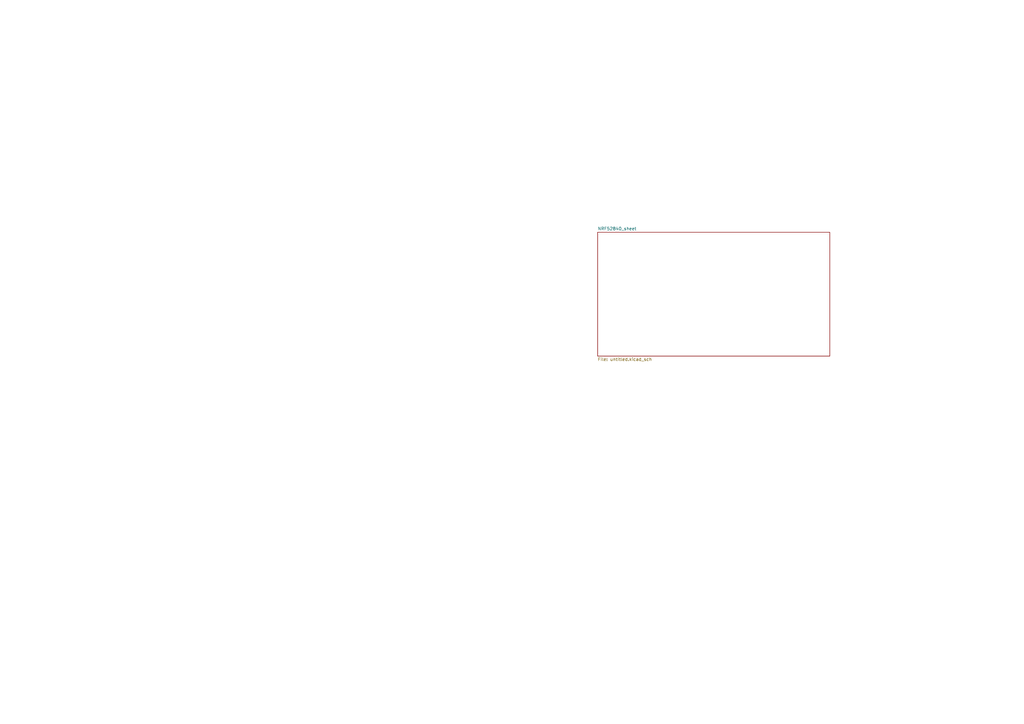
<source format=kicad_sch>
(kicad_sch
	(version 20231120)
	(generator "eeschema")
	(generator_version "8.0")
	(uuid "1e941f95-b902-4f9c-81d4-7a7e9371e8d4")
	(paper "A3")
	(title_block
		(rev "1.0")
	)
	(lib_symbols)
	(sheet
		(at 245.11 95.25)
		(size 95.25 50.8)
		(fields_autoplaced yes)
		(stroke
			(width 0.1524)
			(type solid)
		)
		(fill
			(color 0 0 0 0.0000)
		)
		(uuid "17d3eeaf-3cd0-447c-b933-9929d6a4f287")
		(property "Sheetname" "NRF52840_sheet"
			(at 245.11 94.5384 0)
			(effects
				(font
					(size 1.27 1.27)
				)
				(justify left bottom)
			)
		)
		(property "Sheetfile" "untitled.kicad_sch"
			(at 245.11 146.6346 0)
			(effects
				(font
					(size 1.27 1.27)
				)
				(justify left top)
			)
		)
		(instances
			(project "first_kicad_project"
				(path "/1e941f95-b902-4f9c-81d4-7a7e9371e8d4"
					(page "2")
				)
			)
		)
	)
	(sheet_instances
		(path "/"
			(page "Root")
		)
	)
)

</source>
